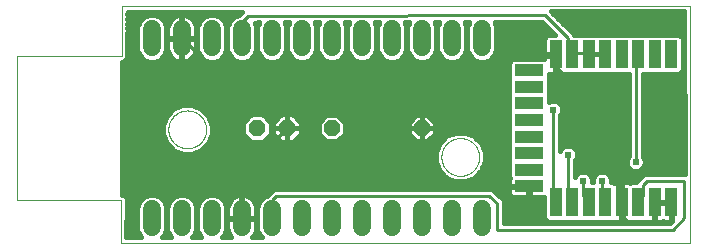
<source format=gtl>
G75*
%MOIN*%
%OFA0B0*%
%FSLAX25Y25*%
%IPPOS*%
%LPD*%
%AMOC8*
5,1,8,0,0,1.08239X$1,22.5*
%
%ADD10C,0.00000*%
%ADD11R,0.03937X0.09646*%
%ADD12R,0.09646X0.03937*%
%ADD13C,0.06000*%
%ADD14OC8,0.05600*%
%ADD15OC8,0.05200*%
%ADD16C,0.01000*%
%ADD17C,0.02400*%
%ADD18C,0.01600*%
D10*
X0035742Y0004543D02*
X0225421Y0004380D01*
X0225257Y0083418D01*
X0036116Y0083287D01*
X0035913Y0066626D01*
X0001142Y0066829D01*
X0001000Y0018636D01*
X0035777Y0018636D01*
X0035742Y0004543D01*
X0142509Y0033078D02*
X0142511Y0033236D01*
X0142517Y0033394D01*
X0142527Y0033552D01*
X0142541Y0033710D01*
X0142559Y0033867D01*
X0142580Y0034024D01*
X0142606Y0034180D01*
X0142636Y0034336D01*
X0142669Y0034491D01*
X0142707Y0034644D01*
X0142748Y0034797D01*
X0142793Y0034949D01*
X0142842Y0035100D01*
X0142895Y0035249D01*
X0142951Y0035397D01*
X0143011Y0035543D01*
X0143075Y0035688D01*
X0143143Y0035831D01*
X0143214Y0035973D01*
X0143288Y0036113D01*
X0143366Y0036250D01*
X0143448Y0036386D01*
X0143532Y0036520D01*
X0143621Y0036651D01*
X0143712Y0036780D01*
X0143807Y0036907D01*
X0143904Y0037032D01*
X0144005Y0037154D01*
X0144109Y0037273D01*
X0144216Y0037390D01*
X0144326Y0037504D01*
X0144439Y0037615D01*
X0144554Y0037724D01*
X0144672Y0037829D01*
X0144793Y0037931D01*
X0144916Y0038031D01*
X0145042Y0038127D01*
X0145170Y0038220D01*
X0145300Y0038310D01*
X0145433Y0038396D01*
X0145568Y0038480D01*
X0145704Y0038559D01*
X0145843Y0038636D01*
X0145984Y0038708D01*
X0146126Y0038778D01*
X0146270Y0038843D01*
X0146416Y0038905D01*
X0146563Y0038963D01*
X0146712Y0039018D01*
X0146862Y0039069D01*
X0147013Y0039116D01*
X0147165Y0039159D01*
X0147318Y0039198D01*
X0147473Y0039234D01*
X0147628Y0039265D01*
X0147784Y0039293D01*
X0147940Y0039317D01*
X0148097Y0039337D01*
X0148255Y0039353D01*
X0148412Y0039365D01*
X0148571Y0039373D01*
X0148729Y0039377D01*
X0148887Y0039377D01*
X0149045Y0039373D01*
X0149204Y0039365D01*
X0149361Y0039353D01*
X0149519Y0039337D01*
X0149676Y0039317D01*
X0149832Y0039293D01*
X0149988Y0039265D01*
X0150143Y0039234D01*
X0150298Y0039198D01*
X0150451Y0039159D01*
X0150603Y0039116D01*
X0150754Y0039069D01*
X0150904Y0039018D01*
X0151053Y0038963D01*
X0151200Y0038905D01*
X0151346Y0038843D01*
X0151490Y0038778D01*
X0151632Y0038708D01*
X0151773Y0038636D01*
X0151912Y0038559D01*
X0152048Y0038480D01*
X0152183Y0038396D01*
X0152316Y0038310D01*
X0152446Y0038220D01*
X0152574Y0038127D01*
X0152700Y0038031D01*
X0152823Y0037931D01*
X0152944Y0037829D01*
X0153062Y0037724D01*
X0153177Y0037615D01*
X0153290Y0037504D01*
X0153400Y0037390D01*
X0153507Y0037273D01*
X0153611Y0037154D01*
X0153712Y0037032D01*
X0153809Y0036907D01*
X0153904Y0036780D01*
X0153995Y0036651D01*
X0154084Y0036520D01*
X0154168Y0036386D01*
X0154250Y0036250D01*
X0154328Y0036113D01*
X0154402Y0035973D01*
X0154473Y0035831D01*
X0154541Y0035688D01*
X0154605Y0035543D01*
X0154665Y0035397D01*
X0154721Y0035249D01*
X0154774Y0035100D01*
X0154823Y0034949D01*
X0154868Y0034797D01*
X0154909Y0034644D01*
X0154947Y0034491D01*
X0154980Y0034336D01*
X0155010Y0034180D01*
X0155036Y0034024D01*
X0155057Y0033867D01*
X0155075Y0033710D01*
X0155089Y0033552D01*
X0155099Y0033394D01*
X0155105Y0033236D01*
X0155107Y0033078D01*
X0155105Y0032920D01*
X0155099Y0032762D01*
X0155089Y0032604D01*
X0155075Y0032446D01*
X0155057Y0032289D01*
X0155036Y0032132D01*
X0155010Y0031976D01*
X0154980Y0031820D01*
X0154947Y0031665D01*
X0154909Y0031512D01*
X0154868Y0031359D01*
X0154823Y0031207D01*
X0154774Y0031056D01*
X0154721Y0030907D01*
X0154665Y0030759D01*
X0154605Y0030613D01*
X0154541Y0030468D01*
X0154473Y0030325D01*
X0154402Y0030183D01*
X0154328Y0030043D01*
X0154250Y0029906D01*
X0154168Y0029770D01*
X0154084Y0029636D01*
X0153995Y0029505D01*
X0153904Y0029376D01*
X0153809Y0029249D01*
X0153712Y0029124D01*
X0153611Y0029002D01*
X0153507Y0028883D01*
X0153400Y0028766D01*
X0153290Y0028652D01*
X0153177Y0028541D01*
X0153062Y0028432D01*
X0152944Y0028327D01*
X0152823Y0028225D01*
X0152700Y0028125D01*
X0152574Y0028029D01*
X0152446Y0027936D01*
X0152316Y0027846D01*
X0152183Y0027760D01*
X0152048Y0027676D01*
X0151912Y0027597D01*
X0151773Y0027520D01*
X0151632Y0027448D01*
X0151490Y0027378D01*
X0151346Y0027313D01*
X0151200Y0027251D01*
X0151053Y0027193D01*
X0150904Y0027138D01*
X0150754Y0027087D01*
X0150603Y0027040D01*
X0150451Y0026997D01*
X0150298Y0026958D01*
X0150143Y0026922D01*
X0149988Y0026891D01*
X0149832Y0026863D01*
X0149676Y0026839D01*
X0149519Y0026819D01*
X0149361Y0026803D01*
X0149204Y0026791D01*
X0149045Y0026783D01*
X0148887Y0026779D01*
X0148729Y0026779D01*
X0148571Y0026783D01*
X0148412Y0026791D01*
X0148255Y0026803D01*
X0148097Y0026819D01*
X0147940Y0026839D01*
X0147784Y0026863D01*
X0147628Y0026891D01*
X0147473Y0026922D01*
X0147318Y0026958D01*
X0147165Y0026997D01*
X0147013Y0027040D01*
X0146862Y0027087D01*
X0146712Y0027138D01*
X0146563Y0027193D01*
X0146416Y0027251D01*
X0146270Y0027313D01*
X0146126Y0027378D01*
X0145984Y0027448D01*
X0145843Y0027520D01*
X0145704Y0027597D01*
X0145568Y0027676D01*
X0145433Y0027760D01*
X0145300Y0027846D01*
X0145170Y0027936D01*
X0145042Y0028029D01*
X0144916Y0028125D01*
X0144793Y0028225D01*
X0144672Y0028327D01*
X0144554Y0028432D01*
X0144439Y0028541D01*
X0144326Y0028652D01*
X0144216Y0028766D01*
X0144109Y0028883D01*
X0144005Y0029002D01*
X0143904Y0029124D01*
X0143807Y0029249D01*
X0143712Y0029376D01*
X0143621Y0029505D01*
X0143532Y0029636D01*
X0143448Y0029770D01*
X0143366Y0029906D01*
X0143288Y0030043D01*
X0143214Y0030183D01*
X0143143Y0030325D01*
X0143075Y0030468D01*
X0143011Y0030613D01*
X0142951Y0030759D01*
X0142895Y0030907D01*
X0142842Y0031056D01*
X0142793Y0031207D01*
X0142748Y0031359D01*
X0142707Y0031512D01*
X0142669Y0031665D01*
X0142636Y0031820D01*
X0142606Y0031976D01*
X0142580Y0032132D01*
X0142559Y0032289D01*
X0142541Y0032446D01*
X0142527Y0032604D01*
X0142517Y0032762D01*
X0142511Y0032920D01*
X0142509Y0033078D01*
X0051494Y0042278D02*
X0051496Y0042436D01*
X0051502Y0042594D01*
X0051512Y0042752D01*
X0051526Y0042910D01*
X0051544Y0043067D01*
X0051565Y0043224D01*
X0051591Y0043380D01*
X0051621Y0043536D01*
X0051654Y0043691D01*
X0051692Y0043844D01*
X0051733Y0043997D01*
X0051778Y0044149D01*
X0051827Y0044300D01*
X0051880Y0044449D01*
X0051936Y0044597D01*
X0051996Y0044743D01*
X0052060Y0044888D01*
X0052128Y0045031D01*
X0052199Y0045173D01*
X0052273Y0045313D01*
X0052351Y0045450D01*
X0052433Y0045586D01*
X0052517Y0045720D01*
X0052606Y0045851D01*
X0052697Y0045980D01*
X0052792Y0046107D01*
X0052889Y0046232D01*
X0052990Y0046354D01*
X0053094Y0046473D01*
X0053201Y0046590D01*
X0053311Y0046704D01*
X0053424Y0046815D01*
X0053539Y0046924D01*
X0053657Y0047029D01*
X0053778Y0047131D01*
X0053901Y0047231D01*
X0054027Y0047327D01*
X0054155Y0047420D01*
X0054285Y0047510D01*
X0054418Y0047596D01*
X0054553Y0047680D01*
X0054689Y0047759D01*
X0054828Y0047836D01*
X0054969Y0047908D01*
X0055111Y0047978D01*
X0055255Y0048043D01*
X0055401Y0048105D01*
X0055548Y0048163D01*
X0055697Y0048218D01*
X0055847Y0048269D01*
X0055998Y0048316D01*
X0056150Y0048359D01*
X0056303Y0048398D01*
X0056458Y0048434D01*
X0056613Y0048465D01*
X0056769Y0048493D01*
X0056925Y0048517D01*
X0057082Y0048537D01*
X0057240Y0048553D01*
X0057397Y0048565D01*
X0057556Y0048573D01*
X0057714Y0048577D01*
X0057872Y0048577D01*
X0058030Y0048573D01*
X0058189Y0048565D01*
X0058346Y0048553D01*
X0058504Y0048537D01*
X0058661Y0048517D01*
X0058817Y0048493D01*
X0058973Y0048465D01*
X0059128Y0048434D01*
X0059283Y0048398D01*
X0059436Y0048359D01*
X0059588Y0048316D01*
X0059739Y0048269D01*
X0059889Y0048218D01*
X0060038Y0048163D01*
X0060185Y0048105D01*
X0060331Y0048043D01*
X0060475Y0047978D01*
X0060617Y0047908D01*
X0060758Y0047836D01*
X0060897Y0047759D01*
X0061033Y0047680D01*
X0061168Y0047596D01*
X0061301Y0047510D01*
X0061431Y0047420D01*
X0061559Y0047327D01*
X0061685Y0047231D01*
X0061808Y0047131D01*
X0061929Y0047029D01*
X0062047Y0046924D01*
X0062162Y0046815D01*
X0062275Y0046704D01*
X0062385Y0046590D01*
X0062492Y0046473D01*
X0062596Y0046354D01*
X0062697Y0046232D01*
X0062794Y0046107D01*
X0062889Y0045980D01*
X0062980Y0045851D01*
X0063069Y0045720D01*
X0063153Y0045586D01*
X0063235Y0045450D01*
X0063313Y0045313D01*
X0063387Y0045173D01*
X0063458Y0045031D01*
X0063526Y0044888D01*
X0063590Y0044743D01*
X0063650Y0044597D01*
X0063706Y0044449D01*
X0063759Y0044300D01*
X0063808Y0044149D01*
X0063853Y0043997D01*
X0063894Y0043844D01*
X0063932Y0043691D01*
X0063965Y0043536D01*
X0063995Y0043380D01*
X0064021Y0043224D01*
X0064042Y0043067D01*
X0064060Y0042910D01*
X0064074Y0042752D01*
X0064084Y0042594D01*
X0064090Y0042436D01*
X0064092Y0042278D01*
X0064090Y0042120D01*
X0064084Y0041962D01*
X0064074Y0041804D01*
X0064060Y0041646D01*
X0064042Y0041489D01*
X0064021Y0041332D01*
X0063995Y0041176D01*
X0063965Y0041020D01*
X0063932Y0040865D01*
X0063894Y0040712D01*
X0063853Y0040559D01*
X0063808Y0040407D01*
X0063759Y0040256D01*
X0063706Y0040107D01*
X0063650Y0039959D01*
X0063590Y0039813D01*
X0063526Y0039668D01*
X0063458Y0039525D01*
X0063387Y0039383D01*
X0063313Y0039243D01*
X0063235Y0039106D01*
X0063153Y0038970D01*
X0063069Y0038836D01*
X0062980Y0038705D01*
X0062889Y0038576D01*
X0062794Y0038449D01*
X0062697Y0038324D01*
X0062596Y0038202D01*
X0062492Y0038083D01*
X0062385Y0037966D01*
X0062275Y0037852D01*
X0062162Y0037741D01*
X0062047Y0037632D01*
X0061929Y0037527D01*
X0061808Y0037425D01*
X0061685Y0037325D01*
X0061559Y0037229D01*
X0061431Y0037136D01*
X0061301Y0037046D01*
X0061168Y0036960D01*
X0061033Y0036876D01*
X0060897Y0036797D01*
X0060758Y0036720D01*
X0060617Y0036648D01*
X0060475Y0036578D01*
X0060331Y0036513D01*
X0060185Y0036451D01*
X0060038Y0036393D01*
X0059889Y0036338D01*
X0059739Y0036287D01*
X0059588Y0036240D01*
X0059436Y0036197D01*
X0059283Y0036158D01*
X0059128Y0036122D01*
X0058973Y0036091D01*
X0058817Y0036063D01*
X0058661Y0036039D01*
X0058504Y0036019D01*
X0058346Y0036003D01*
X0058189Y0035991D01*
X0058030Y0035983D01*
X0057872Y0035979D01*
X0057714Y0035979D01*
X0057556Y0035983D01*
X0057397Y0035991D01*
X0057240Y0036003D01*
X0057082Y0036019D01*
X0056925Y0036039D01*
X0056769Y0036063D01*
X0056613Y0036091D01*
X0056458Y0036122D01*
X0056303Y0036158D01*
X0056150Y0036197D01*
X0055998Y0036240D01*
X0055847Y0036287D01*
X0055697Y0036338D01*
X0055548Y0036393D01*
X0055401Y0036451D01*
X0055255Y0036513D01*
X0055111Y0036578D01*
X0054969Y0036648D01*
X0054828Y0036720D01*
X0054689Y0036797D01*
X0054553Y0036876D01*
X0054418Y0036960D01*
X0054285Y0037046D01*
X0054155Y0037136D01*
X0054027Y0037229D01*
X0053901Y0037325D01*
X0053778Y0037425D01*
X0053657Y0037527D01*
X0053539Y0037632D01*
X0053424Y0037741D01*
X0053311Y0037852D01*
X0053201Y0037966D01*
X0053094Y0038083D01*
X0052990Y0038202D01*
X0052889Y0038324D01*
X0052792Y0038449D01*
X0052697Y0038576D01*
X0052606Y0038705D01*
X0052517Y0038836D01*
X0052433Y0038970D01*
X0052351Y0039106D01*
X0052273Y0039243D01*
X0052199Y0039383D01*
X0052128Y0039525D01*
X0052060Y0039668D01*
X0051996Y0039813D01*
X0051936Y0039959D01*
X0051880Y0040107D01*
X0051827Y0040256D01*
X0051778Y0040407D01*
X0051733Y0040559D01*
X0051692Y0040712D01*
X0051654Y0040865D01*
X0051621Y0041020D01*
X0051591Y0041176D01*
X0051565Y0041332D01*
X0051544Y0041489D01*
X0051526Y0041646D01*
X0051512Y0041804D01*
X0051502Y0041962D01*
X0051496Y0042120D01*
X0051494Y0042278D01*
D11*
X0180578Y0018030D03*
X0186089Y0018030D03*
X0191601Y0018030D03*
X0197113Y0018030D03*
X0202625Y0018030D03*
X0208137Y0018030D03*
X0213649Y0018030D03*
X0219160Y0018030D03*
X0219160Y0067242D03*
X0213649Y0067242D03*
X0208137Y0067242D03*
X0202625Y0067242D03*
X0197113Y0067242D03*
X0191601Y0067242D03*
X0186089Y0067242D03*
X0180578Y0067242D03*
D12*
X0171719Y0061927D03*
X0171719Y0056415D03*
X0171719Y0050904D03*
X0171719Y0045392D03*
X0171719Y0039880D03*
X0171719Y0034368D03*
X0171719Y0028856D03*
X0171719Y0023345D03*
D13*
X0156011Y0015636D02*
X0156011Y0009636D01*
X0146011Y0009636D02*
X0146011Y0015636D01*
X0136011Y0015636D02*
X0136011Y0009636D01*
X0126011Y0009636D02*
X0126011Y0015636D01*
X0116011Y0015636D02*
X0116011Y0009636D01*
X0106011Y0009636D02*
X0106011Y0015636D01*
X0096011Y0015636D02*
X0096011Y0009636D01*
X0086011Y0009636D02*
X0086011Y0015636D01*
X0076011Y0015636D02*
X0076011Y0009636D01*
X0066011Y0009636D02*
X0066011Y0015636D01*
X0056011Y0015636D02*
X0056011Y0009636D01*
X0046011Y0009636D02*
X0046011Y0015636D01*
X0046011Y0069636D02*
X0046011Y0075636D01*
X0056011Y0075636D02*
X0056011Y0069636D01*
X0066011Y0069636D02*
X0066011Y0075636D01*
X0076011Y0075636D02*
X0076011Y0069636D01*
X0086011Y0069636D02*
X0086011Y0075636D01*
X0096011Y0075636D02*
X0096011Y0069636D01*
X0106011Y0069636D02*
X0106011Y0075636D01*
X0116011Y0075636D02*
X0116011Y0069636D01*
X0126011Y0069636D02*
X0126011Y0075636D01*
X0136011Y0075636D02*
X0136011Y0069636D01*
X0146011Y0069636D02*
X0146011Y0075636D01*
X0156011Y0075636D02*
X0156011Y0069636D01*
D14*
X0091011Y0042636D03*
X0081011Y0042636D03*
D15*
X0106011Y0042636D03*
X0136011Y0042636D03*
D16*
X0136011Y0037636D01*
X0086011Y0037636D01*
X0091011Y0042636D01*
X0086011Y0037636D02*
X0076011Y0027636D01*
X0076011Y0052636D01*
X0056011Y0072636D01*
X0076011Y0072636D02*
X0076011Y0078062D01*
X0078110Y0080183D01*
X0084713Y0080220D01*
X0177062Y0080235D01*
X0184761Y0072636D01*
X0184761Y0068886D01*
X0186011Y0067636D01*
X0186089Y0067242D01*
X0187261Y0067636D01*
X0191011Y0067636D01*
X0191601Y0067242D01*
X0181011Y0066386D02*
X0180578Y0067242D01*
X0179761Y0066386D01*
X0164761Y0066386D01*
X0164761Y0023886D01*
X0171011Y0023886D01*
X0171719Y0023345D01*
X0164761Y0023886D02*
X0136011Y0023886D01*
X0136011Y0037636D01*
X0179761Y0048886D02*
X0179761Y0018886D01*
X0180578Y0018030D01*
X0184761Y0020136D02*
X0186011Y0018886D01*
X0186089Y0018030D01*
X0189761Y0020136D02*
X0191011Y0018886D01*
X0191601Y0018030D01*
X0196011Y0018886D02*
X0197113Y0018030D01*
X0196011Y0018886D02*
X0196011Y0025136D01*
X0189761Y0025136D02*
X0189761Y0020136D01*
X0184761Y0020136D02*
X0184761Y0033886D01*
X0207261Y0031386D02*
X0207261Y0066386D01*
X0208137Y0067242D01*
X0201011Y0042636D02*
X0181011Y0062636D01*
X0181011Y0066386D01*
X0201011Y0042636D02*
X0201011Y0020136D01*
X0202261Y0018886D01*
X0202625Y0018030D01*
X0203511Y0017636D01*
X0203511Y0012636D01*
X0204761Y0011386D01*
X0213511Y0011386D01*
X0213511Y0017636D01*
X0213649Y0018030D01*
X0214761Y0017636D01*
X0218511Y0017636D01*
X0219160Y0018030D01*
X0209761Y0020136D02*
X0209761Y0023886D01*
X0211011Y0025136D01*
X0223511Y0025136D01*
X0223511Y0012636D01*
X0219761Y0008886D01*
X0161011Y0008886D01*
X0161011Y0017636D01*
X0158511Y0020136D01*
X0087539Y0020161D01*
X0087539Y0020136D01*
X0085991Y0018593D01*
X0086011Y0012636D01*
X0076011Y0012636D02*
X0076011Y0027636D01*
X0208137Y0018030D02*
X0208511Y0018886D01*
X0209761Y0020136D01*
D17*
X0196011Y0025136D03*
X0189761Y0025136D03*
X0207261Y0031386D03*
X0184761Y0033886D03*
X0179761Y0048886D03*
D18*
X0182761Y0048788D02*
X0204961Y0048788D01*
X0204961Y0047190D02*
X0182305Y0047190D01*
X0182304Y0047187D02*
X0182761Y0048289D01*
X0182761Y0049483D01*
X0182304Y0050585D01*
X0181460Y0051429D01*
X0180357Y0051886D01*
X0179164Y0051886D01*
X0178342Y0051545D01*
X0178342Y0053618D01*
X0178300Y0053660D01*
X0178342Y0053701D01*
X0178342Y0059130D01*
X0178300Y0059171D01*
X0178342Y0059213D01*
X0178342Y0060627D01*
X0178372Y0060619D01*
X0180393Y0060619D01*
X0180393Y0067058D01*
X0176809Y0067058D01*
X0176809Y0065696D01*
X0166151Y0065696D01*
X0165097Y0064641D01*
X0165097Y0059213D01*
X0165138Y0059171D01*
X0165097Y0059130D01*
X0165097Y0053701D01*
X0165138Y0053660D01*
X0165097Y0053618D01*
X0165097Y0048190D01*
X0165138Y0048148D01*
X0165097Y0048106D01*
X0165097Y0042678D01*
X0165138Y0042636D01*
X0165097Y0042594D01*
X0165097Y0037166D01*
X0165138Y0037124D01*
X0165097Y0037082D01*
X0165097Y0031654D01*
X0165138Y0031612D01*
X0165097Y0031570D01*
X0165097Y0026142D01*
X0165224Y0026015D01*
X0165219Y0026008D01*
X0165097Y0025550D01*
X0165097Y0023529D01*
X0171535Y0023529D01*
X0171535Y0023160D01*
X0171904Y0023160D01*
X0171904Y0019576D01*
X0176779Y0019576D01*
X0176809Y0019584D01*
X0176809Y0012461D01*
X0177864Y0011407D01*
X0183292Y0011407D01*
X0183334Y0011449D01*
X0183375Y0011407D01*
X0188804Y0011407D01*
X0188845Y0011449D01*
X0188887Y0011407D01*
X0194315Y0011407D01*
X0194357Y0011449D01*
X0194399Y0011407D01*
X0199827Y0011407D01*
X0199954Y0011534D01*
X0199962Y0011529D01*
X0200419Y0011407D01*
X0202441Y0011407D01*
X0202441Y0017845D01*
X0202809Y0017845D01*
X0202809Y0011407D01*
X0204830Y0011407D01*
X0205288Y0011529D01*
X0205296Y0011534D01*
X0205423Y0011407D01*
X0210851Y0011407D01*
X0210978Y0011534D01*
X0210985Y0011529D01*
X0211443Y0011407D01*
X0213464Y0011407D01*
X0213464Y0017845D01*
X0213833Y0017845D01*
X0213833Y0011407D01*
X0215854Y0011407D01*
X0216312Y0011529D01*
X0216404Y0011583D01*
X0216497Y0011529D01*
X0216955Y0011407D01*
X0218976Y0011407D01*
X0218976Y0017845D01*
X0219345Y0017845D01*
X0219345Y0011722D01*
X0218808Y0011186D01*
X0163311Y0011186D01*
X0163311Y0018589D01*
X0160138Y0021761D01*
X0159464Y0022436D01*
X0159463Y0022436D01*
X0158505Y0022436D01*
X0088492Y0022461D01*
X0087549Y0022461D01*
X0086587Y0022462D01*
X0086587Y0022461D01*
X0086587Y0022461D01*
X0085914Y0021788D01*
X0085240Y0021115D01*
X0085240Y0021114D01*
X0085239Y0021114D01*
X0085239Y0021091D01*
X0085038Y0020890D01*
X0085031Y0020890D01*
X0084364Y0020219D01*
X0084245Y0020100D01*
X0083292Y0019705D01*
X0081941Y0018355D01*
X0081211Y0016591D01*
X0081211Y0008681D01*
X0081941Y0006917D01*
X0082556Y0006303D01*
X0079468Y0006305D01*
X0079672Y0006509D01*
X0080116Y0007120D01*
X0080459Y0007793D01*
X0080693Y0008512D01*
X0080811Y0009258D01*
X0080811Y0012436D01*
X0076211Y0012436D01*
X0076211Y0012836D01*
X0080811Y0012836D01*
X0080811Y0016014D01*
X0080693Y0016760D01*
X0080459Y0017478D01*
X0080116Y0018152D01*
X0079672Y0018763D01*
X0079138Y0019297D01*
X0078526Y0019741D01*
X0077853Y0020084D01*
X0077135Y0020318D01*
X0076388Y0020436D01*
X0076211Y0020436D01*
X0076211Y0012836D01*
X0075811Y0012836D01*
X0075811Y0020436D01*
X0075633Y0020436D01*
X0074887Y0020318D01*
X0074168Y0020084D01*
X0073495Y0019741D01*
X0072884Y0019297D01*
X0072349Y0018763D01*
X0071905Y0018152D01*
X0071562Y0017478D01*
X0071329Y0016760D01*
X0071211Y0016014D01*
X0071211Y0012836D01*
X0075811Y0012836D01*
X0075811Y0012436D01*
X0071211Y0012436D01*
X0071211Y0009258D01*
X0071329Y0008512D01*
X0071562Y0007793D01*
X0071905Y0007120D01*
X0072349Y0006509D01*
X0072547Y0006311D01*
X0069477Y0006314D01*
X0070080Y0006917D01*
X0070811Y0008681D01*
X0070811Y0016591D01*
X0070080Y0018355D01*
X0068730Y0019705D01*
X0066966Y0020436D01*
X0065056Y0020436D01*
X0063292Y0019705D01*
X0061941Y0018355D01*
X0061211Y0016591D01*
X0061211Y0008681D01*
X0061941Y0006917D01*
X0062538Y0006320D01*
X0059486Y0006323D01*
X0060080Y0006917D01*
X0060811Y0008681D01*
X0060811Y0016591D01*
X0060080Y0018355D01*
X0058730Y0019705D01*
X0056966Y0020436D01*
X0055056Y0020436D01*
X0053292Y0019705D01*
X0051941Y0018355D01*
X0051211Y0016591D01*
X0051211Y0008681D01*
X0051941Y0006917D01*
X0052530Y0006329D01*
X0049494Y0006331D01*
X0050080Y0006917D01*
X0050811Y0008681D01*
X0050811Y0016591D01*
X0050080Y0018355D01*
X0048730Y0019705D01*
X0046966Y0020436D01*
X0045056Y0020436D01*
X0043292Y0019705D01*
X0041941Y0018355D01*
X0041211Y0016591D01*
X0041211Y0008681D01*
X0041941Y0006917D01*
X0042521Y0006337D01*
X0037547Y0006342D01*
X0037575Y0017889D01*
X0037577Y0017891D01*
X0037577Y0018635D01*
X0037579Y0019377D01*
X0037577Y0019379D01*
X0037577Y0019382D01*
X0037050Y0019908D01*
X0036527Y0020434D01*
X0036524Y0020434D01*
X0036523Y0020436D01*
X0036084Y0020436D01*
X0036084Y0064824D01*
X0036637Y0064817D01*
X0036641Y0064822D01*
X0036648Y0064822D01*
X0037175Y0065342D01*
X0037704Y0065859D01*
X0037704Y0065865D01*
X0037709Y0065870D01*
X0037713Y0066610D01*
X0037894Y0081488D01*
X0076192Y0081514D01*
X0075124Y0080436D01*
X0075056Y0080436D01*
X0073292Y0079705D01*
X0071941Y0078355D01*
X0071211Y0076591D01*
X0071211Y0068681D01*
X0071941Y0066917D01*
X0073292Y0065567D01*
X0075056Y0064836D01*
X0076966Y0064836D01*
X0078730Y0065567D01*
X0080080Y0066917D01*
X0080811Y0068681D01*
X0080811Y0076591D01*
X0080270Y0077895D01*
X0081755Y0077904D01*
X0081211Y0076591D01*
X0081211Y0068681D01*
X0081941Y0066917D01*
X0083292Y0065567D01*
X0085056Y0064836D01*
X0086966Y0064836D01*
X0088730Y0065567D01*
X0090080Y0066917D01*
X0090811Y0068681D01*
X0090811Y0076591D01*
X0090260Y0077921D01*
X0091762Y0077921D01*
X0091211Y0076591D01*
X0091211Y0068681D01*
X0091941Y0066917D01*
X0093292Y0065567D01*
X0095056Y0064836D01*
X0096966Y0064836D01*
X0098730Y0065567D01*
X0100080Y0066917D01*
X0100811Y0068681D01*
X0100811Y0076591D01*
X0100259Y0077923D01*
X0101763Y0077923D01*
X0101211Y0076591D01*
X0101211Y0068681D01*
X0101941Y0066917D01*
X0103292Y0065567D01*
X0105056Y0064836D01*
X0106966Y0064836D01*
X0108730Y0065567D01*
X0110080Y0066917D01*
X0110811Y0068681D01*
X0110811Y0076591D01*
X0110258Y0077924D01*
X0111763Y0077925D01*
X0111211Y0076591D01*
X0111211Y0068681D01*
X0111941Y0066917D01*
X0113292Y0065567D01*
X0115056Y0064836D01*
X0116966Y0064836D01*
X0118730Y0065567D01*
X0120080Y0066917D01*
X0120811Y0068681D01*
X0120811Y0076591D01*
X0120258Y0077926D01*
X0121764Y0077926D01*
X0121211Y0076591D01*
X0121211Y0068681D01*
X0121941Y0066917D01*
X0123292Y0065567D01*
X0125056Y0064836D01*
X0126966Y0064836D01*
X0128730Y0065567D01*
X0130080Y0066917D01*
X0130811Y0068681D01*
X0130811Y0076591D01*
X0130257Y0077928D01*
X0131765Y0077928D01*
X0131211Y0076591D01*
X0131211Y0068681D01*
X0131941Y0066917D01*
X0133292Y0065567D01*
X0135056Y0064836D01*
X0136966Y0064836D01*
X0138730Y0065567D01*
X0140080Y0066917D01*
X0140811Y0068681D01*
X0140811Y0076591D01*
X0140256Y0077929D01*
X0141765Y0077930D01*
X0141211Y0076591D01*
X0141211Y0068681D01*
X0141941Y0066917D01*
X0143292Y0065567D01*
X0145056Y0064836D01*
X0146966Y0064836D01*
X0148730Y0065567D01*
X0150080Y0066917D01*
X0150811Y0068681D01*
X0150811Y0076591D01*
X0150255Y0077931D01*
X0151766Y0077931D01*
X0151211Y0076591D01*
X0151211Y0068681D01*
X0151941Y0066917D01*
X0153292Y0065567D01*
X0155056Y0064836D01*
X0156966Y0064836D01*
X0158730Y0065567D01*
X0160080Y0066917D01*
X0160811Y0068681D01*
X0160811Y0076591D01*
X0160255Y0077933D01*
X0176118Y0077935D01*
X0180241Y0073865D01*
X0178372Y0073865D01*
X0177914Y0073742D01*
X0177504Y0073505D01*
X0177169Y0073170D01*
X0176932Y0072760D01*
X0176809Y0072302D01*
X0176809Y0067426D01*
X0180393Y0067426D01*
X0180393Y0067058D01*
X0180762Y0067058D01*
X0180762Y0060619D01*
X0182783Y0060619D01*
X0183241Y0060742D01*
X0183248Y0060746D01*
X0183375Y0060619D01*
X0188804Y0060619D01*
X0188845Y0060661D01*
X0188887Y0060619D01*
X0194315Y0060619D01*
X0194357Y0060661D01*
X0194399Y0060619D01*
X0199827Y0060619D01*
X0199869Y0060661D01*
X0199911Y0060619D01*
X0204961Y0060619D01*
X0204961Y0033329D01*
X0204717Y0033085D01*
X0204261Y0031983D01*
X0204261Y0030789D01*
X0204717Y0029687D01*
X0205561Y0028843D01*
X0206664Y0028386D01*
X0207857Y0028386D01*
X0208960Y0028843D01*
X0209804Y0029687D01*
X0210261Y0030789D01*
X0210261Y0031983D01*
X0209804Y0033085D01*
X0209561Y0033329D01*
X0209561Y0060619D01*
X0210851Y0060619D01*
X0210893Y0060661D01*
X0210934Y0060619D01*
X0216363Y0060619D01*
X0216404Y0060661D01*
X0216446Y0060619D01*
X0221874Y0060619D01*
X0222929Y0061674D01*
X0222929Y0072811D01*
X0221874Y0073865D01*
X0216446Y0073865D01*
X0216404Y0073823D01*
X0216363Y0073865D01*
X0210934Y0073865D01*
X0210893Y0073823D01*
X0210851Y0073865D01*
X0205423Y0073865D01*
X0205381Y0073823D01*
X0205339Y0073865D01*
X0199911Y0073865D01*
X0199869Y0073823D01*
X0199827Y0073865D01*
X0194399Y0073865D01*
X0194357Y0073823D01*
X0194315Y0073865D01*
X0188887Y0073865D01*
X0188845Y0073823D01*
X0188804Y0073865D01*
X0186790Y0073865D01*
X0186382Y0074268D01*
X0185713Y0074936D01*
X0185705Y0074936D01*
X0178968Y0081586D01*
X0223460Y0081617D01*
X0223573Y0027436D01*
X0210058Y0027436D01*
X0208711Y0026089D01*
X0207461Y0024839D01*
X0207461Y0024652D01*
X0205423Y0024652D01*
X0205296Y0024525D01*
X0205288Y0024530D01*
X0204830Y0024652D01*
X0202809Y0024652D01*
X0202809Y0018214D01*
X0202441Y0018214D01*
X0202441Y0024652D01*
X0200419Y0024652D01*
X0199962Y0024530D01*
X0199954Y0024525D01*
X0199827Y0024652D01*
X0199011Y0024652D01*
X0199011Y0025733D01*
X0198554Y0026835D01*
X0197710Y0027679D01*
X0196607Y0028136D01*
X0195414Y0028136D01*
X0194311Y0027679D01*
X0193467Y0026835D01*
X0193011Y0025733D01*
X0193011Y0024652D01*
X0192761Y0024652D01*
X0192761Y0025733D01*
X0192304Y0026835D01*
X0191460Y0027679D01*
X0190357Y0028136D01*
X0189164Y0028136D01*
X0188061Y0027679D01*
X0187217Y0026835D01*
X0187061Y0026457D01*
X0187061Y0031943D01*
X0187304Y0032187D01*
X0187761Y0033289D01*
X0187761Y0034483D01*
X0187304Y0035585D01*
X0186460Y0036429D01*
X0185357Y0036886D01*
X0184164Y0036886D01*
X0183061Y0036429D01*
X0182217Y0035585D01*
X0182061Y0035207D01*
X0182061Y0046943D01*
X0182304Y0047187D01*
X0182061Y0045591D02*
X0204961Y0045591D01*
X0204961Y0043993D02*
X0182061Y0043993D01*
X0182061Y0042394D02*
X0204961Y0042394D01*
X0204961Y0040796D02*
X0182061Y0040796D01*
X0182061Y0039197D02*
X0204961Y0039197D01*
X0204961Y0037599D02*
X0182061Y0037599D01*
X0182061Y0036000D02*
X0182632Y0036000D01*
X0186889Y0036000D02*
X0204961Y0036000D01*
X0204961Y0034402D02*
X0187761Y0034402D01*
X0187559Y0032803D02*
X0204601Y0032803D01*
X0204261Y0031205D02*
X0187061Y0031205D01*
X0187061Y0029606D02*
X0204798Y0029606D01*
X0209724Y0029606D02*
X0223569Y0029606D01*
X0223572Y0028008D02*
X0196917Y0028008D01*
X0195104Y0028008D02*
X0190667Y0028008D01*
X0188854Y0028008D02*
X0187061Y0028008D01*
X0192481Y0026409D02*
X0193291Y0026409D01*
X0193011Y0024811D02*
X0192761Y0024811D01*
X0198731Y0026409D02*
X0209031Y0026409D01*
X0207461Y0024811D02*
X0199011Y0024811D01*
X0202441Y0023212D02*
X0202809Y0023212D01*
X0202809Y0021614D02*
X0202441Y0021614D01*
X0202441Y0020015D02*
X0202809Y0020015D01*
X0202809Y0018417D02*
X0202441Y0018417D01*
X0202441Y0016818D02*
X0202809Y0016818D01*
X0202809Y0015220D02*
X0202441Y0015220D01*
X0202441Y0013621D02*
X0202809Y0013621D01*
X0202809Y0012022D02*
X0202441Y0012022D01*
X0213464Y0012022D02*
X0213833Y0012022D01*
X0213833Y0013621D02*
X0213464Y0013621D01*
X0213464Y0015220D02*
X0213833Y0015220D01*
X0213833Y0016818D02*
X0213464Y0016818D01*
X0213833Y0017845D02*
X0213833Y0018214D01*
X0217417Y0018214D01*
X0218976Y0018214D01*
X0218976Y0017845D01*
X0213833Y0017845D01*
X0218976Y0016818D02*
X0219345Y0016818D01*
X0219345Y0015220D02*
X0218976Y0015220D01*
X0218976Y0013621D02*
X0219345Y0013621D01*
X0219345Y0012022D02*
X0218976Y0012022D01*
X0177248Y0012022D02*
X0163311Y0012022D01*
X0163311Y0013621D02*
X0176809Y0013621D01*
X0176809Y0015220D02*
X0163311Y0015220D01*
X0163311Y0016818D02*
X0176809Y0016818D01*
X0176809Y0018417D02*
X0163311Y0018417D01*
X0165791Y0019936D02*
X0166202Y0019699D01*
X0166660Y0019576D01*
X0171535Y0019576D01*
X0171535Y0023160D01*
X0165097Y0023160D01*
X0165097Y0021139D01*
X0165219Y0020681D01*
X0165456Y0020271D01*
X0165791Y0019936D01*
X0165712Y0020015D02*
X0161884Y0020015D01*
X0160286Y0021614D02*
X0165097Y0021614D01*
X0159464Y0022436D02*
X0159464Y0022436D01*
X0165097Y0024811D02*
X0036084Y0024811D01*
X0036084Y0023212D02*
X0171535Y0023212D01*
X0171535Y0021614D02*
X0171904Y0021614D01*
X0171904Y0020015D02*
X0171535Y0020015D01*
X0165097Y0026409D02*
X0153593Y0026409D01*
X0153396Y0026212D02*
X0155674Y0028490D01*
X0156907Y0031467D01*
X0156907Y0034689D01*
X0155674Y0037666D01*
X0153396Y0039944D01*
X0150419Y0041177D01*
X0147197Y0041177D01*
X0144220Y0039944D01*
X0141942Y0037666D01*
X0140709Y0034689D01*
X0140709Y0031467D01*
X0141942Y0028490D01*
X0144220Y0026212D01*
X0147197Y0024979D01*
X0150419Y0024979D01*
X0153396Y0026212D01*
X0155192Y0028008D02*
X0165097Y0028008D01*
X0165097Y0029606D02*
X0156137Y0029606D01*
X0156799Y0031205D02*
X0165097Y0031205D01*
X0165097Y0032803D02*
X0156907Y0032803D01*
X0156907Y0034402D02*
X0165097Y0034402D01*
X0165097Y0036000D02*
X0156364Y0036000D01*
X0155702Y0037599D02*
X0165097Y0037599D01*
X0165097Y0039197D02*
X0154143Y0039197D01*
X0151340Y0040796D02*
X0165097Y0040796D01*
X0165097Y0042394D02*
X0140411Y0042394D01*
X0140411Y0042636D02*
X0136011Y0042636D01*
X0140411Y0042636D01*
X0140411Y0044458D01*
X0137833Y0047036D01*
X0136011Y0047036D01*
X0136011Y0042636D01*
X0136011Y0042636D01*
X0136011Y0042636D01*
X0136011Y0038236D01*
X0137833Y0038236D01*
X0140411Y0040813D01*
X0140411Y0042636D01*
X0140411Y0043993D02*
X0165097Y0043993D01*
X0165097Y0045591D02*
X0139278Y0045591D01*
X0136011Y0045591D02*
X0136011Y0045591D01*
X0136011Y0047036D02*
X0134188Y0047036D01*
X0131611Y0044458D01*
X0131611Y0042636D01*
X0136011Y0042636D01*
X0136011Y0042636D01*
X0136011Y0047036D01*
X0132744Y0045591D02*
X0109278Y0045591D01*
X0110411Y0044458D02*
X0107833Y0047036D01*
X0104188Y0047036D01*
X0101611Y0044458D01*
X0101611Y0040813D01*
X0104188Y0038236D01*
X0107833Y0038236D01*
X0110411Y0040813D01*
X0110411Y0044458D01*
X0110411Y0043993D02*
X0131611Y0043993D01*
X0131611Y0042636D02*
X0131611Y0040813D01*
X0134188Y0038236D01*
X0136011Y0038236D01*
X0136011Y0042636D01*
X0136011Y0042636D01*
X0131611Y0042636D01*
X0131611Y0042394D02*
X0110411Y0042394D01*
X0110393Y0040796D02*
X0131628Y0040796D01*
X0133227Y0039197D02*
X0108795Y0039197D01*
X0103227Y0039197D02*
X0094077Y0039197D01*
X0092916Y0038036D02*
X0091011Y0038036D01*
X0091011Y0042636D01*
X0095611Y0042636D01*
X0095611Y0044541D01*
X0092916Y0047236D01*
X0091011Y0047236D01*
X0091011Y0042636D01*
X0091011Y0042636D01*
X0091011Y0042636D01*
X0095611Y0042636D01*
X0095611Y0040730D01*
X0092916Y0038036D01*
X0091011Y0038036D02*
X0091011Y0042636D01*
X0091011Y0042636D01*
X0091011Y0047236D01*
X0089105Y0047236D01*
X0086411Y0044541D01*
X0086411Y0042636D01*
X0091011Y0042636D01*
X0091011Y0042636D01*
X0086411Y0042636D01*
X0086411Y0040730D01*
X0089105Y0038036D01*
X0091011Y0038036D01*
X0091011Y0039197D02*
X0091011Y0039197D01*
X0087944Y0039197D02*
X0084077Y0039197D01*
X0082916Y0038036D02*
X0085611Y0040730D01*
X0085611Y0044541D01*
X0082916Y0047236D01*
X0079105Y0047236D01*
X0076411Y0044541D01*
X0076411Y0040730D01*
X0079105Y0038036D01*
X0082916Y0038036D01*
X0077944Y0039197D02*
X0065283Y0039197D01*
X0065892Y0040667D02*
X0064659Y0037690D01*
X0062381Y0035412D01*
X0059404Y0034179D01*
X0056182Y0034179D01*
X0053205Y0035412D01*
X0050927Y0037690D01*
X0049694Y0040667D01*
X0049694Y0043889D01*
X0050927Y0046866D01*
X0053205Y0049144D01*
X0056182Y0050377D01*
X0059404Y0050377D01*
X0062381Y0049144D01*
X0064659Y0046866D01*
X0065892Y0043889D01*
X0065892Y0040667D01*
X0065892Y0040796D02*
X0076411Y0040796D01*
X0076411Y0042394D02*
X0065892Y0042394D01*
X0065849Y0043993D02*
X0076411Y0043993D01*
X0077461Y0045591D02*
X0065187Y0045591D01*
X0064335Y0047190D02*
X0079059Y0047190D01*
X0082962Y0047190D02*
X0089059Y0047190D01*
X0091011Y0047190D02*
X0091011Y0047190D01*
X0091011Y0045591D02*
X0091011Y0045591D01*
X0092962Y0047190D02*
X0165097Y0047190D01*
X0165097Y0048788D02*
X0062736Y0048788D01*
X0052849Y0048788D02*
X0036084Y0048788D01*
X0036084Y0047190D02*
X0051251Y0047190D01*
X0050399Y0045591D02*
X0036084Y0045591D01*
X0036084Y0043993D02*
X0049737Y0043993D01*
X0049694Y0042394D02*
X0036084Y0042394D01*
X0036084Y0040796D02*
X0049694Y0040796D01*
X0050302Y0039197D02*
X0036084Y0039197D01*
X0036084Y0037599D02*
X0051018Y0037599D01*
X0052616Y0036000D02*
X0036084Y0036000D01*
X0036084Y0034402D02*
X0055643Y0034402D01*
X0059942Y0034402D02*
X0140709Y0034402D01*
X0141252Y0036000D02*
X0062969Y0036000D01*
X0064568Y0037599D02*
X0141914Y0037599D01*
X0143473Y0039197D02*
X0138795Y0039197D01*
X0136011Y0039197D02*
X0136011Y0039197D01*
X0136011Y0040796D02*
X0136011Y0040796D01*
X0136011Y0042394D02*
X0136011Y0042394D01*
X0136011Y0043993D02*
X0136011Y0043993D01*
X0140393Y0040796D02*
X0146276Y0040796D01*
X0140709Y0032803D02*
X0036084Y0032803D01*
X0036084Y0031205D02*
X0140818Y0031205D01*
X0141480Y0029606D02*
X0036084Y0029606D01*
X0036084Y0028008D02*
X0142425Y0028008D01*
X0144023Y0026409D02*
X0036084Y0026409D01*
X0036084Y0021614D02*
X0085739Y0021614D01*
X0088492Y0022461D02*
X0088492Y0022461D01*
X0084040Y0020015D02*
X0077989Y0020015D01*
X0076211Y0020015D02*
X0075811Y0020015D01*
X0074032Y0020015D02*
X0067981Y0020015D01*
X0064040Y0020015D02*
X0057981Y0020015D01*
X0054040Y0020015D02*
X0047981Y0020015D01*
X0050018Y0018417D02*
X0052003Y0018417D01*
X0051305Y0016818D02*
X0050717Y0016818D01*
X0050811Y0015220D02*
X0051211Y0015220D01*
X0051211Y0013621D02*
X0050811Y0013621D01*
X0050811Y0012022D02*
X0051211Y0012022D01*
X0051211Y0010424D02*
X0050811Y0010424D01*
X0050811Y0008825D02*
X0051211Y0008825D01*
X0051813Y0007227D02*
X0050208Y0007227D01*
X0041813Y0007227D02*
X0037549Y0007227D01*
X0037553Y0008825D02*
X0041211Y0008825D01*
X0041211Y0010424D02*
X0037557Y0010424D01*
X0037561Y0012022D02*
X0041211Y0012022D01*
X0041211Y0013621D02*
X0037565Y0013621D01*
X0037569Y0015220D02*
X0041211Y0015220D01*
X0041305Y0016818D02*
X0037573Y0016818D01*
X0037577Y0018417D02*
X0042003Y0018417D01*
X0044040Y0020015D02*
X0036944Y0020015D01*
X0060018Y0018417D02*
X0062003Y0018417D01*
X0061305Y0016818D02*
X0060717Y0016818D01*
X0060811Y0015220D02*
X0061211Y0015220D01*
X0061211Y0013621D02*
X0060811Y0013621D01*
X0060811Y0012022D02*
X0061211Y0012022D01*
X0061211Y0010424D02*
X0060811Y0010424D01*
X0060811Y0008825D02*
X0061211Y0008825D01*
X0061813Y0007227D02*
X0060208Y0007227D01*
X0070208Y0007227D02*
X0071851Y0007227D01*
X0071279Y0008825D02*
X0070811Y0008825D01*
X0070811Y0010424D02*
X0071211Y0010424D01*
X0071211Y0012022D02*
X0070811Y0012022D01*
X0070811Y0013621D02*
X0071211Y0013621D01*
X0071211Y0015220D02*
X0070811Y0015220D01*
X0070717Y0016818D02*
X0071348Y0016818D01*
X0072098Y0018417D02*
X0070018Y0018417D01*
X0075811Y0018417D02*
X0076211Y0018417D01*
X0076211Y0016818D02*
X0075811Y0016818D01*
X0075811Y0015220D02*
X0076211Y0015220D01*
X0076211Y0013621D02*
X0075811Y0013621D01*
X0080811Y0013621D02*
X0081211Y0013621D01*
X0081211Y0012022D02*
X0080811Y0012022D01*
X0080811Y0010424D02*
X0081211Y0010424D01*
X0081211Y0008825D02*
X0080742Y0008825D01*
X0080170Y0007227D02*
X0081813Y0007227D01*
X0081211Y0015220D02*
X0080811Y0015220D01*
X0080674Y0016818D02*
X0081305Y0016818D01*
X0082003Y0018417D02*
X0079924Y0018417D01*
X0085611Y0040796D02*
X0086411Y0040796D01*
X0086411Y0042394D02*
X0085611Y0042394D01*
X0085611Y0043993D02*
X0086411Y0043993D01*
X0087461Y0045591D02*
X0084561Y0045591D01*
X0091011Y0043993D02*
X0091011Y0043993D01*
X0091011Y0042394D02*
X0091011Y0042394D01*
X0091011Y0040796D02*
X0091011Y0040796D01*
X0095611Y0040796D02*
X0101628Y0040796D01*
X0101611Y0042394D02*
X0095611Y0042394D01*
X0095611Y0043993D02*
X0101611Y0043993D01*
X0102744Y0045591D02*
X0094561Y0045591D01*
X0068730Y0065567D02*
X0066966Y0064836D01*
X0065056Y0064836D01*
X0063292Y0065567D01*
X0061941Y0066917D01*
X0061211Y0068681D01*
X0061211Y0076591D01*
X0061941Y0078355D01*
X0063292Y0079705D01*
X0065056Y0080436D01*
X0066966Y0080436D01*
X0068730Y0079705D01*
X0070080Y0078355D01*
X0070811Y0076591D01*
X0070811Y0068681D01*
X0070080Y0066917D01*
X0068730Y0065567D01*
X0069535Y0066372D02*
X0072487Y0066372D01*
X0071505Y0067970D02*
X0070516Y0067970D01*
X0070811Y0069569D02*
X0071211Y0069569D01*
X0071211Y0071167D02*
X0070811Y0071167D01*
X0070811Y0072766D02*
X0071211Y0072766D01*
X0071211Y0074364D02*
X0070811Y0074364D01*
X0070811Y0075963D02*
X0071211Y0075963D01*
X0071613Y0077561D02*
X0070409Y0077561D01*
X0069275Y0079160D02*
X0072747Y0079160D01*
X0075444Y0080758D02*
X0037885Y0080758D01*
X0037866Y0079160D02*
X0042747Y0079160D01*
X0043292Y0079705D02*
X0041941Y0078355D01*
X0041211Y0076591D01*
X0041211Y0068681D01*
X0041941Y0066917D01*
X0043292Y0065567D01*
X0045056Y0064836D01*
X0046966Y0064836D01*
X0048730Y0065567D01*
X0050080Y0066917D01*
X0050811Y0068681D01*
X0050811Y0076591D01*
X0050080Y0078355D01*
X0048730Y0079705D01*
X0046966Y0080436D01*
X0045056Y0080436D01*
X0043292Y0079705D01*
X0041613Y0077561D02*
X0037846Y0077561D01*
X0037827Y0075963D02*
X0041211Y0075963D01*
X0041211Y0074364D02*
X0037807Y0074364D01*
X0037788Y0072766D02*
X0041211Y0072766D01*
X0041211Y0071167D02*
X0037768Y0071167D01*
X0037749Y0069569D02*
X0041211Y0069569D01*
X0041505Y0067970D02*
X0037730Y0067970D01*
X0037712Y0066372D02*
X0042487Y0066372D01*
X0049535Y0066372D02*
X0052487Y0066372D01*
X0052349Y0066509D02*
X0052884Y0065975D01*
X0053495Y0065531D01*
X0054168Y0065188D01*
X0054887Y0064954D01*
X0055633Y0064836D01*
X0055811Y0064836D01*
X0055811Y0072436D01*
X0056211Y0072436D01*
X0056211Y0072836D01*
X0060811Y0072836D01*
X0060811Y0076014D01*
X0060693Y0076760D01*
X0060459Y0077478D01*
X0060116Y0078152D01*
X0059672Y0078763D01*
X0059138Y0079297D01*
X0058526Y0079741D01*
X0057853Y0080084D01*
X0057135Y0080318D01*
X0056388Y0080436D01*
X0056211Y0080436D01*
X0056211Y0072836D01*
X0055811Y0072836D01*
X0055811Y0080436D01*
X0055633Y0080436D01*
X0054887Y0080318D01*
X0054168Y0080084D01*
X0053495Y0079741D01*
X0052884Y0079297D01*
X0052349Y0078763D01*
X0051905Y0078152D01*
X0051562Y0077478D01*
X0051329Y0076760D01*
X0051211Y0076014D01*
X0051211Y0072836D01*
X0055811Y0072836D01*
X0055811Y0072436D01*
X0051211Y0072436D01*
X0051211Y0069258D01*
X0051329Y0068512D01*
X0051562Y0067793D01*
X0051905Y0067120D01*
X0052349Y0066509D01*
X0051505Y0067970D02*
X0050516Y0067970D01*
X0050811Y0069569D02*
X0051211Y0069569D01*
X0051211Y0071167D02*
X0050811Y0071167D01*
X0050811Y0072766D02*
X0055811Y0072766D01*
X0056211Y0072766D02*
X0061211Y0072766D01*
X0060811Y0072436D02*
X0056211Y0072436D01*
X0056211Y0064836D01*
X0056388Y0064836D01*
X0057135Y0064954D01*
X0057853Y0065188D01*
X0058526Y0065531D01*
X0059138Y0065975D01*
X0059672Y0066509D01*
X0060116Y0067120D01*
X0060459Y0067793D01*
X0060693Y0068512D01*
X0060811Y0069258D01*
X0060811Y0072436D01*
X0060811Y0071167D02*
X0061211Y0071167D01*
X0061211Y0069569D02*
X0060811Y0069569D01*
X0060517Y0067970D02*
X0061505Y0067970D01*
X0062487Y0066372D02*
X0059535Y0066372D01*
X0056211Y0066372D02*
X0055811Y0066372D01*
X0055811Y0067970D02*
X0056211Y0067970D01*
X0056211Y0069569D02*
X0055811Y0069569D01*
X0055811Y0071167D02*
X0056211Y0071167D01*
X0056211Y0074364D02*
X0055811Y0074364D01*
X0055811Y0075963D02*
X0056211Y0075963D01*
X0056211Y0077561D02*
X0055811Y0077561D01*
X0060417Y0077561D02*
X0061613Y0077561D01*
X0061211Y0075963D02*
X0060811Y0075963D01*
X0060811Y0074364D02*
X0061211Y0074364D01*
X0051211Y0074364D02*
X0050811Y0074364D01*
X0050811Y0075963D02*
X0051211Y0075963D01*
X0051605Y0077561D02*
X0050409Y0077561D01*
X0049275Y0079160D02*
X0052747Y0079160D01*
X0055811Y0079160D02*
X0056211Y0079160D01*
X0059275Y0079160D02*
X0062747Y0079160D01*
X0080409Y0077561D02*
X0081613Y0077561D01*
X0081211Y0075963D02*
X0080811Y0075963D01*
X0080811Y0074364D02*
X0081211Y0074364D01*
X0081211Y0072766D02*
X0080811Y0072766D01*
X0080811Y0071167D02*
X0081211Y0071167D01*
X0081211Y0069569D02*
X0080811Y0069569D01*
X0080516Y0067970D02*
X0081505Y0067970D01*
X0082487Y0066372D02*
X0079535Y0066372D01*
X0089535Y0066372D02*
X0092487Y0066372D01*
X0091505Y0067970D02*
X0090516Y0067970D01*
X0090811Y0069569D02*
X0091211Y0069569D01*
X0091211Y0071167D02*
X0090811Y0071167D01*
X0090811Y0072766D02*
X0091211Y0072766D01*
X0091211Y0074364D02*
X0090811Y0074364D01*
X0090811Y0075963D02*
X0091211Y0075963D01*
X0091613Y0077561D02*
X0090409Y0077561D01*
X0100409Y0077561D02*
X0101613Y0077561D01*
X0101211Y0075963D02*
X0100811Y0075963D01*
X0100811Y0074364D02*
X0101211Y0074364D01*
X0101211Y0072766D02*
X0100811Y0072766D01*
X0100811Y0071167D02*
X0101211Y0071167D01*
X0101211Y0069569D02*
X0100811Y0069569D01*
X0100516Y0067970D02*
X0101505Y0067970D01*
X0102487Y0066372D02*
X0099535Y0066372D01*
X0109535Y0066372D02*
X0112487Y0066372D01*
X0111505Y0067970D02*
X0110516Y0067970D01*
X0110811Y0069569D02*
X0111211Y0069569D01*
X0111211Y0071167D02*
X0110811Y0071167D01*
X0110811Y0072766D02*
X0111211Y0072766D01*
X0111211Y0074364D02*
X0110811Y0074364D01*
X0110811Y0075963D02*
X0111211Y0075963D01*
X0111613Y0077561D02*
X0110409Y0077561D01*
X0120409Y0077561D02*
X0121613Y0077561D01*
X0121211Y0075963D02*
X0120811Y0075963D01*
X0120811Y0074364D02*
X0121211Y0074364D01*
X0121211Y0072766D02*
X0120811Y0072766D01*
X0120811Y0071167D02*
X0121211Y0071167D01*
X0121211Y0069569D02*
X0120811Y0069569D01*
X0120516Y0067970D02*
X0121505Y0067970D01*
X0122487Y0066372D02*
X0119535Y0066372D01*
X0129535Y0066372D02*
X0132487Y0066372D01*
X0131505Y0067970D02*
X0130516Y0067970D01*
X0130811Y0069569D02*
X0131211Y0069569D01*
X0131211Y0071167D02*
X0130811Y0071167D01*
X0130811Y0072766D02*
X0131211Y0072766D01*
X0131211Y0074364D02*
X0130811Y0074364D01*
X0130811Y0075963D02*
X0131211Y0075963D01*
X0131613Y0077561D02*
X0130409Y0077561D01*
X0140409Y0077561D02*
X0141613Y0077561D01*
X0141211Y0075963D02*
X0140811Y0075963D01*
X0140811Y0074364D02*
X0141211Y0074364D01*
X0141211Y0072766D02*
X0140811Y0072766D01*
X0140811Y0071167D02*
X0141211Y0071167D01*
X0141211Y0069569D02*
X0140811Y0069569D01*
X0140516Y0067970D02*
X0141505Y0067970D01*
X0142487Y0066372D02*
X0139535Y0066372D01*
X0149535Y0066372D02*
X0152487Y0066372D01*
X0151505Y0067970D02*
X0150516Y0067970D01*
X0150811Y0069569D02*
X0151211Y0069569D01*
X0151211Y0071167D02*
X0150811Y0071167D01*
X0150811Y0072766D02*
X0151211Y0072766D01*
X0151211Y0074364D02*
X0150811Y0074364D01*
X0150811Y0075963D02*
X0151211Y0075963D01*
X0151613Y0077561D02*
X0150409Y0077561D01*
X0160409Y0077561D02*
X0176497Y0077561D01*
X0178116Y0075963D02*
X0160811Y0075963D01*
X0160811Y0074364D02*
X0179735Y0074364D01*
X0176935Y0072766D02*
X0160811Y0072766D01*
X0160811Y0071167D02*
X0176809Y0071167D01*
X0176809Y0069569D02*
X0160811Y0069569D01*
X0160516Y0067970D02*
X0176809Y0067970D01*
X0176809Y0066372D02*
X0159535Y0066372D01*
X0165229Y0064773D02*
X0036084Y0064773D01*
X0036084Y0063175D02*
X0165097Y0063175D01*
X0165097Y0061576D02*
X0036084Y0061576D01*
X0036084Y0059978D02*
X0165097Y0059978D01*
X0165097Y0058379D02*
X0036084Y0058379D01*
X0036084Y0056781D02*
X0165097Y0056781D01*
X0165097Y0055182D02*
X0036084Y0055182D01*
X0036084Y0053584D02*
X0165097Y0053584D01*
X0165097Y0051985D02*
X0036084Y0051985D01*
X0036084Y0050387D02*
X0165097Y0050387D01*
X0178342Y0051985D02*
X0204961Y0051985D01*
X0204961Y0050387D02*
X0182386Y0050387D01*
X0178342Y0053584D02*
X0204961Y0053584D01*
X0204961Y0055182D02*
X0178342Y0055182D01*
X0178342Y0056781D02*
X0204961Y0056781D01*
X0204961Y0058379D02*
X0178342Y0058379D01*
X0178342Y0059978D02*
X0204961Y0059978D01*
X0209561Y0059978D02*
X0223505Y0059978D01*
X0223502Y0061576D02*
X0222831Y0061576D01*
X0222929Y0063175D02*
X0223499Y0063175D01*
X0223495Y0064773D02*
X0222929Y0064773D01*
X0222929Y0066372D02*
X0223492Y0066372D01*
X0223489Y0067970D02*
X0222929Y0067970D01*
X0222929Y0069569D02*
X0223485Y0069569D01*
X0223482Y0071167D02*
X0222929Y0071167D01*
X0222929Y0072766D02*
X0223479Y0072766D01*
X0223475Y0074364D02*
X0186285Y0074364D01*
X0184664Y0075963D02*
X0223472Y0075963D01*
X0223469Y0077561D02*
X0183045Y0077561D01*
X0181425Y0079160D02*
X0223465Y0079160D01*
X0223462Y0080758D02*
X0179806Y0080758D01*
X0191601Y0067242D02*
X0197113Y0067242D01*
X0180762Y0066372D02*
X0180393Y0066372D01*
X0180393Y0064773D02*
X0180762Y0064773D01*
X0180762Y0063175D02*
X0180393Y0063175D01*
X0180393Y0061576D02*
X0180762Y0061576D01*
X0209561Y0058379D02*
X0223509Y0058379D01*
X0223512Y0056781D02*
X0209561Y0056781D01*
X0209561Y0055182D02*
X0223515Y0055182D01*
X0223519Y0053584D02*
X0209561Y0053584D01*
X0209561Y0051985D02*
X0223522Y0051985D01*
X0223525Y0050387D02*
X0209561Y0050387D01*
X0209561Y0048788D02*
X0223529Y0048788D01*
X0223532Y0047190D02*
X0209561Y0047190D01*
X0209561Y0045591D02*
X0223535Y0045591D01*
X0223539Y0043993D02*
X0209561Y0043993D01*
X0209561Y0042394D02*
X0223542Y0042394D01*
X0223545Y0040796D02*
X0209561Y0040796D01*
X0209561Y0039197D02*
X0223549Y0039197D01*
X0223552Y0037599D02*
X0209561Y0037599D01*
X0209561Y0036000D02*
X0223555Y0036000D01*
X0223559Y0034402D02*
X0209561Y0034402D01*
X0209921Y0032803D02*
X0223562Y0032803D01*
X0223565Y0031205D02*
X0210261Y0031205D01*
M02*

</source>
